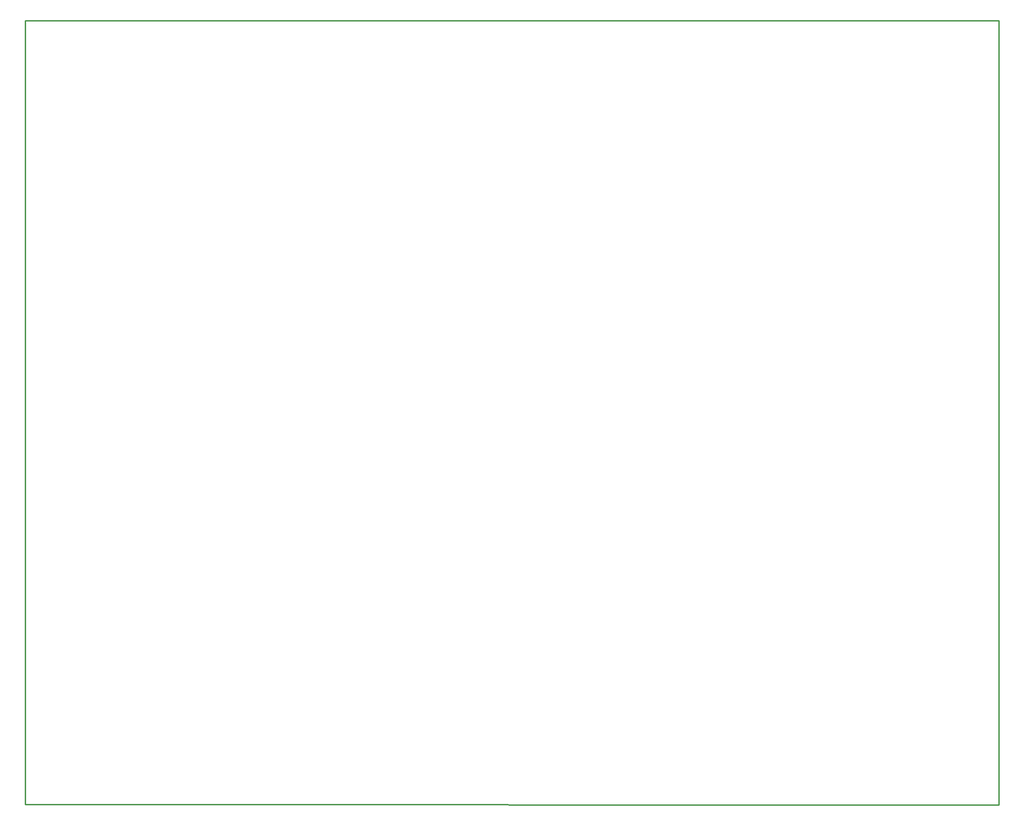
<source format=gko>
G04 Layer: BoardOutlineLayer*
G04 EasyEDA v6.5.40, 2024-05-11 17:08:49*
G04 43c8e0cd1118455ea74be200e722eb6b,361a7d54fb4a4915a4e9984872de9782,10*
G04 Gerber Generator version 0.2*
G04 Scale: 100 percent, Rotated: No, Reflected: No *
G04 Dimensions in millimeters *
G04 leading zeros omitted , absolute positions ,4 integer and 5 decimal *
%FSLAX45Y45*%
%MOMM*%

%ADD10C,0.2540*%
D10*
X0Y0D02*
G01*
X17995900Y0D01*
X17995866Y0D02*
G01*
X17995828Y-14503369D01*
X0Y-14499970D02*
G01*
X17995864Y-14503372D01*
X17995864Y-14465272D01*
X0Y-14499970D02*
G01*
X0Y0D01*

%LPD*%
M02*

</source>
